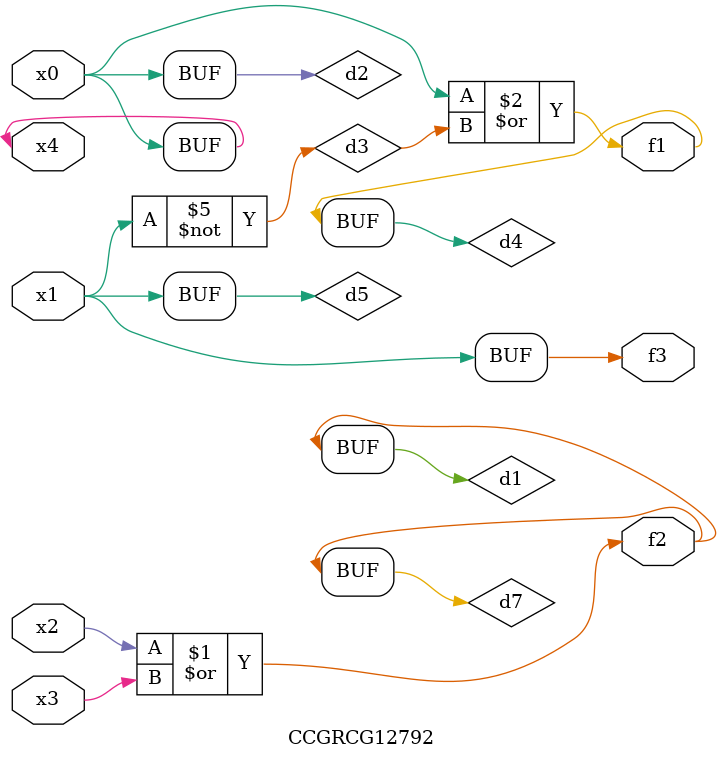
<source format=v>
module CCGRCG12792(
	input x0, x1, x2, x3, x4,
	output f1, f2, f3
);

	wire d1, d2, d3, d4, d5, d6, d7;

	or (d1, x2, x3);
	buf (d2, x0, x4);
	not (d3, x1);
	or (d4, d2, d3);
	not (d5, d3);
	nand (d6, d1, d3);
	or (d7, d1);
	assign f1 = d4;
	assign f2 = d7;
	assign f3 = d5;
endmodule

</source>
